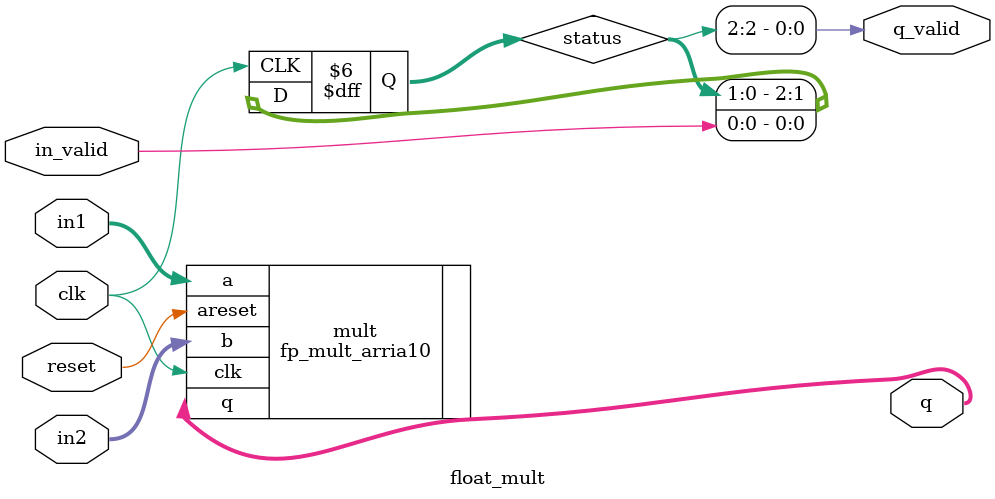
<source format=sv>
`include "pipearch_common.vh"

module float_mult
(
    input logic clk,
    input logic reset,
    input logic [31:0] in1,
    input logic [31:0] in2,
    input logic in_valid,
    output logic [31:0] q,
    output logic q_valid
);

`ifdef XILINX
    xlnx_fp_mult
    mult (
        .aclk(clk),
        .s_axis_a_tvalid(in_valid),
        .s_axis_a_tdata(in1),
        .s_axis_b_tvalid(in_valid),
        .s_axis_b_tdata(in2),
        .m_axis_result_tvalid(q_valid),
        .m_axis_result_tdata(q));
`else
    fp_mult_arria10
    mult (
        .clk(clk),
        .areset(reset),
        .a(in1),
        .b(in2),
        .q(q));
    localparam LATENCY = 3;
    logic [LATENCY-1:0] status = 0;
    always_ff @(posedge clk)
    begin
        status[0] <= in_valid;
        for (int i = 1; i < LATENCY; i++)
        begin
            status[i] <= status[i-1];
        end
    end
    assign q_valid = status[LATENCY-1];
`endif

endmodule // float_mult
</source>
